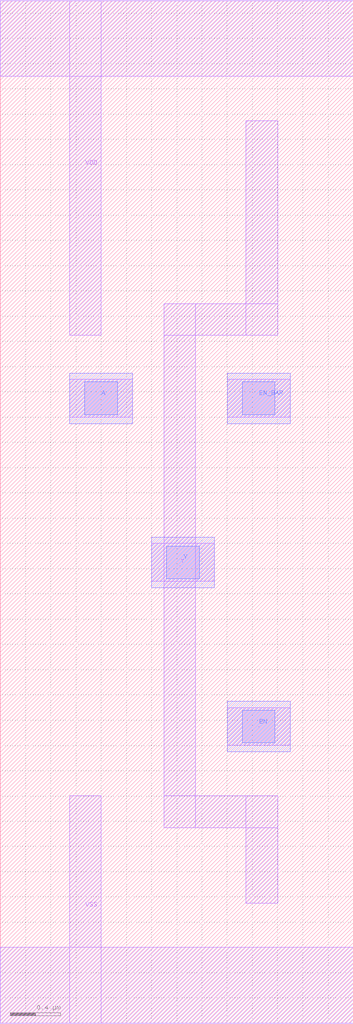
<source format=lef>
# Copyright 2022 Google LLC
# Licensed under the Apache License, Version 2.0 (the "License");
# you may not use this file except in compliance with the License.
# You may obtain a copy of the License at
#
#      http://www.apache.org/licenses/LICENSE-2.0
#
# Unless required by applicable law or agreed to in writing, software
# distributed under the License is distributed on an "AS IS" BASIS,
# WITHOUT WARRANTIES OR CONDITIONS OF ANY KIND, either express or implied.
# See the License for the specific language governing permissions and
# limitations under the License.
VERSION 5.7 ;
BUSBITCHARS "[]" ;
DIVIDERCHAR "/" ;

MACRO gf180mcu_osu_sc_12T_tinv_1
  CLASS CORE ;
  ORIGIN 0 0 ;
  FOREIGN gf180mcu_osu_sc_12T_tinv_1 0 0 ;
  SIZE 2.8 BY 8.1 ;
  SYMMETRY X Y ;
  SITE GF180_3p3_12t ;
  PIN VDD
    DIRECTION INOUT ;
    USE POWER ;
    SHAPE ABUTMENT ;
    PORT
      LAYER MET1 ;
        RECT 0 7.5 2.8 8.1 ;
        RECT 0.55 5.45 0.8 8.1 ;
    END
  END VDD
  PIN VSS
    DIRECTION INOUT ;
    USE GROUND ;
    PORT
      LAYER MET1 ;
        RECT 0 0 2.8 0.6 ;
        RECT 0.55 0 0.8 1.8 ;
    END
  END VSS
  PIN A
    DIRECTION INPUT ;
    USE SIGNAL ;
    PORT
      LAYER MET1 ;
        RECT 0.55 4.8 1.05 5.1 ;
      LAYER MET2 ;
        RECT 0.55 4.75 1.05 5.15 ;
      LAYER VIA12 ;
        RECT 0.67 4.82 0.93 5.08 ;
    END
  END A
  PIN EN
    DIRECTION INPUT ;
    USE SIGNAL ;
    PORT
      LAYER MET1 ;
        RECT 1.8 2.2 2.3 2.5 ;
      LAYER MET2 ;
        RECT 1.8 2.15 2.3 2.55 ;
      LAYER VIA12 ;
        RECT 1.92 2.22 2.18 2.48 ;
    END
  END EN
  PIN EN_BAR
    DIRECTION INPUT ;
    USE SIGNAL ;
    PORT
      LAYER MET1 ;
        RECT 1.8 4.8 2.3 5.1 ;
      LAYER MET2 ;
        RECT 1.8 4.75 2.3 5.15 ;
      LAYER VIA12 ;
        RECT 1.92 4.82 2.18 5.08 ;
    END
  END EN_BAR
  PIN Y
    DIRECTION OUTPUT ;
    USE SIGNAL ;
    PORT
      LAYER MET1 ;
        RECT 1.95 5.45 2.2 7.15 ;
        RECT 1.3 1.55 2.2 1.8 ;
        RECT 1.95 0.95 2.2 1.8 ;
        RECT 1.3 5.45 2.2 5.7 ;
        RECT 1.2 3.5 1.7 3.8 ;
        RECT 1.3 1.55 1.55 5.7 ;
      LAYER MET2 ;
        RECT 1.2 3.45 1.7 3.85 ;
      LAYER VIA12 ;
        RECT 1.32 3.52 1.58 3.78 ;
    END
  END Y
END gf180mcu_osu_sc_12T_tinv_1

</source>
